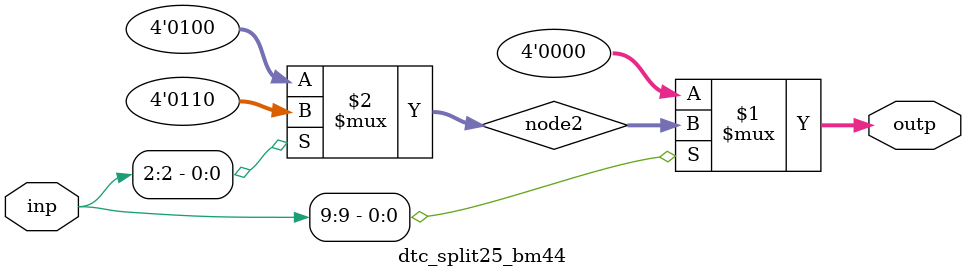
<source format=v>
module dtc_split25_bm44 (
	input  wire [10-1:0] inp,
	output wire [4-1:0] outp
);

	wire [4-1:0] node2;

	assign outp = (inp[9]) ? node2 : 4'b0000;
		assign node2 = (inp[2]) ? 4'b0110 : 4'b0100;

endmodule
</source>
